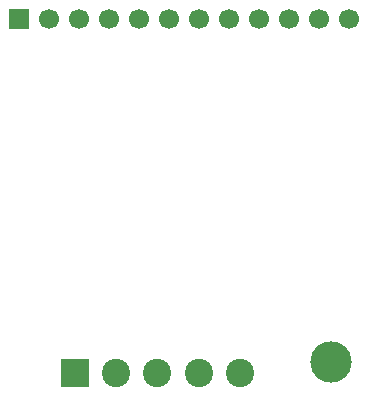
<source format=gbr>
G04 DipTrace 4.0.0.2*
G04 BottomMask.gbr*
%MOIN*%
G04 #@! TF.FileFunction,Soldermask,Bot*
G04 #@! TF.Part,Single*
%ADD31C,0.137795*%
%ADD39C,0.094494*%
%ADD41R,0.094494X0.094494*%
%ADD47C,0.066935*%
%ADD49R,0.066935X0.066935*%
%FSLAX26Y26*%
G04*
G70*
G90*
G75*
G01*
G04 BotMask*
%LPD*%
D49*
X473616Y1968503D3*
D47*
X573616D3*
X673616D3*
X773616D3*
X873616D3*
X973616D3*
X1073616D3*
X1173616D3*
X1273607D3*
X1373607D3*
X1473607D3*
X1573607D3*
D31*
X1515747Y826771D3*
D41*
X659448Y787401D3*
D39*
X797243D3*
X935039D3*
X1072834D3*
X1210629D3*
M02*

</source>
